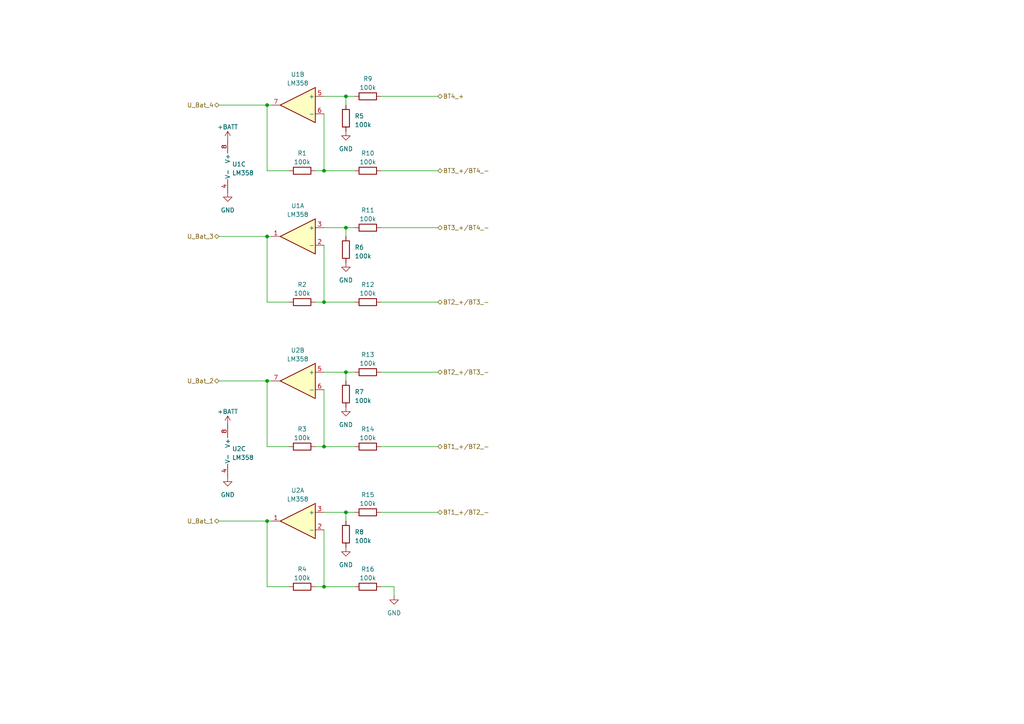
<source format=kicad_sch>
(kicad_sch (version 20230121) (generator eeschema)
  (paper "A4")
  (title_block (title "BMS Project") (date "2023-04-21") (rev "V0.1") (company "TH Ingolstadt") (comment 1 "Author: ") (comment 2 "Edited: "))
  (lib_symbols
    (symbol "Amplifier_Operational:LM358" (pin_names (offset 0.127))
      (property "Reference" "U" (at 0 5.08 0))
      (property "Value" "LM358" (at 0 -5.08 0))
      (symbol "LM358_1_1"
        (polyline (pts (xy -5.08 5.08) (xy 5.08 0) (xy -5.08 -5.08) (xy -5.08 5.08)) (stroke (width 0.254)) (fill (type background)))
        (pin output line (at 7.62 0 180) (length 2.54) (name "~") (number "1"))
        (pin input line (at -7.62 -2.54 0) (length 2.54) (name "-") (number "2"))
        (pin input line (at -7.62 2.54 0) (length 2.54) (name "+") (number "3"))
      )
      (symbol "LM358_2_1"
        (polyline (pts (xy -5.08 5.08) (xy 5.08 0) (xy -5.08 -5.08) (xy -5.08 5.08)) (stroke (width 0.254)) (fill (type background)))
        (pin input line (at -7.62 2.54 0) (length 2.54) (name "+") (number "5"))
        (pin input line (at -7.62 -2.54 0) (length 2.54) (name "-") (number "6"))
        (pin output line (at 7.62 0 180) (length 2.54) (name "~") (number "7"))
      )
      (symbol "LM358_3_1"
        (pin power_in line (at -2.54 -7.62 90) (length 3.81) (name "V-") (number "4"))
        (pin power_in line (at -2.54 7.62 270) (length 3.81) (name "V+") (number "8"))
      )
    )
    (symbol "Device:R" (pin_numbers hide) (pin_names (offset 0))
      (property "Reference" "R" (at 2.032 0 90))
      (property "Value" "R" (at 0 0 90))
      (symbol "R_0_1"
        (rectangle (start -1.016 -2.54) (end 1.016 2.54) (stroke (width 0.254)))
      )
      (symbol "R_1_1"
        (pin passive line (at 0 3.81 270) (length 1.27) (name "~") (number "1"))
        (pin passive line (at 0 -3.81 90) (length 1.27) (name "~") (number "2"))
      )
    )
    (symbol "power:+BATT" (power) (pin_names (offset 0))
      (property "Value" "+BATT" (at 0 3.556 0))
      (symbol "+BATT_0_1"
        (polyline (pts (xy -0.762 1.27) (xy 0 2.54)))
        (polyline (pts (xy 0 0) (xy 0 2.54)))
        (polyline (pts (xy 0 2.54) (xy 0.762 1.27)))
      )
      (symbol "+BATT_1_1"
        (pin power_in line (at 0 0 90) (length 0) hide (name "+BATT") (number "1"))
      )
    )
    (symbol "power:GND" (power) (pin_names (offset 0))
      (property "Value" "GND" (at 0 -3.81 0))
      (symbol "GND_0_1"
        (polyline (pts (xy 0 0) (xy 0 -1.27) (xy 1.27 -1.27) (xy 0 -2.54) (xy -1.27 -1.27) (xy 0 -1.27)))
      )
      (symbol "GND_1_1"
        (pin power_in line (at 0 0 270) (length 0) hide (name "GND") (number "1"))
      )
    )
  )
  (junction (at 93.98 170.18))
  (junction (at 100.33 107.95))
  (junction (at 93.98 87.63))
  (junction (at 100.33 66.04))
  (junction (at 100.33 148.59))
  (junction (at 93.98 49.53))
  (junction (at 77.47 151.13))
  (junction (at 77.47 110.49))
  (junction (at 77.47 68.58))
  (junction (at 93.98 129.54))
  (junction (at 77.47 30.48))
  (junction (at 100.33 27.94))
  (wire (pts (xy 93.98 107.95) (xy 100.33 107.95)))
  (wire (pts (xy 77.47 110.49) (xy 78.74 110.49)))
  (wire (pts (xy 91.44 87.63) (xy 93.98 87.63)))
  (wire (pts (xy 110.49 170.18) (xy 114.3 170.18)))
  (wire (pts (xy 77.47 170.18) (xy 77.47 151.13)))
  (wire (pts (xy 93.98 66.04) (xy 100.33 66.04)))
  (wire (pts (xy 110.49 107.95) (xy 127 107.95)))
  (wire (pts (xy 93.98 87.63) (xy 102.87 87.63)))
  (wire (pts (xy 100.33 148.59) (xy 100.33 151.13)))
  (wire (pts (xy 93.98 49.53) (xy 102.87 49.53)))
  (wire (pts (xy 91.44 170.18) (xy 93.98 170.18)))
  (wire (pts (xy 63.5 151.13) (xy 77.47 151.13)))
  (wire (pts (xy 100.33 27.94) (xy 102.87 27.94)))
  (wire (pts (xy 110.49 148.59) (xy 127 148.59)))
  (wire (pts (xy 77.47 151.13) (xy 78.74 151.13)))
  (wire (pts (xy 110.49 87.63) (xy 127 87.63)))
  (wire (pts (xy 77.47 87.63) (xy 77.47 68.58)))
  (wire (pts (xy 63.5 68.58) (xy 77.47 68.58)))
  (wire (pts (xy 110.49 66.04) (xy 127 66.04)))
  (wire (pts (xy 83.82 129.54) (xy 77.47 129.54)))
  (wire (pts (xy 110.49 49.53) (xy 127 49.53)))
  (wire (pts (xy 83.82 49.53) (xy 77.47 49.53)))
  (wire (pts (xy 93.98 113.03) (xy 93.98 129.54)))
  (wire (pts (xy 93.98 148.59) (xy 100.33 148.59)))
  (wire (pts (xy 100.33 66.04) (xy 100.33 68.58)))
  (wire (pts (xy 83.82 87.63) (xy 77.47 87.63)))
  (wire (pts (xy 77.47 129.54) (xy 77.47 110.49)))
  (wire (pts (xy 63.5 30.48) (xy 77.47 30.48)))
  (wire (pts (xy 93.98 153.67) (xy 93.98 170.18)))
  (wire (pts (xy 77.47 49.53) (xy 77.47 30.48)))
  (wire (pts (xy 100.33 148.59) (xy 102.87 148.59)))
  (wire (pts (xy 63.5 110.49) (xy 77.47 110.49)))
  (wire (pts (xy 83.82 170.18) (xy 77.47 170.18)))
  (wire (pts (xy 93.98 170.18) (xy 102.87 170.18)))
  (wire (pts (xy 114.3 172.72) (xy 114.3 170.18)))
  (wire (pts (xy 110.49 27.94) (xy 127 27.94)))
  (wire (pts (xy 91.44 129.54) (xy 93.98 129.54)))
  (wire (pts (xy 110.49 129.54) (xy 127 129.54)))
  (wire (pts (xy 93.98 27.94) (xy 100.33 27.94)))
  (wire (pts (xy 100.33 107.95) (xy 102.87 107.95)))
  (wire (pts (xy 100.33 27.94) (xy 100.33 30.48)))
  (wire (pts (xy 77.47 30.48) (xy 78.74 30.48)))
  (wire (pts (xy 93.98 129.54) (xy 102.87 129.54)))
  (wire (pts (xy 77.47 68.58) (xy 78.74 68.58)))
  (wire (pts (xy 100.33 107.95) (xy 100.33 110.49)))
  (wire (pts (xy 93.98 71.12) (xy 93.98 87.63)))
  (wire (pts (xy 100.33 66.04) (xy 102.87 66.04)))
  (wire (pts (xy 91.44 49.53) (xy 93.98 49.53)))
  (wire (pts (xy 93.98 33.02) (xy 93.98 49.53)))
  (hierarchical_label "BT3_+{slash}BT4_-" (shape bidirectional) (at 127 49.53 0))
  (hierarchical_label "U_Bat_3" (shape bidirectional) (at 63.5 68.58 180))
  (hierarchical_label "U_Bat_4" (shape bidirectional) (at 63.5 30.48 180))
  (hierarchical_label "BT2_+{slash}BT3_-" (shape bidirectional) (at 127 87.63 0))
  (hierarchical_label "U_Bat_1" (shape bidirectional) (at 63.5 151.13 180))
  (hierarchical_label "U_Bat_2" (shape bidirectional) (at 63.5 110.49 180))
  (hierarchical_label "BT3_+{slash}BT4_-" (shape bidirectional) (at 127 66.04 0))
  (hierarchical_label "BT4_+" (shape bidirectional) (at 127 27.94 0))
  (hierarchical_label "BT2_+{slash}BT3_-" (shape bidirectional) (at 127 107.95 0))
  (hierarchical_label "BT1_+{slash}BT2_-" (shape bidirectional) (at 127 129.54 0))
  (hierarchical_label "BT1_+{slash}BT2_-" (shape bidirectional) (at 127 148.59 0))
  (symbol (lib_id "Device:R") (at 100.33 114.3 0) (unit 1)
    (property "Reference" "R7" (at 102.87 113.665 0) (effects (justify left)))
    (property "Value" "100k" (at 102.87 116.205 0) (effects (justify left)))
    (property "Footprint" "Resistor_SMD:R_0805_2012Metric" (effects hide))
    (instances (project "BMS_Project" (path "" (reference "R7") (unit 1))) (project "Test_Projekt" (path "" (reference "R8") (unit 1))))
  )
  (symbol (lib_id "Device:R") (at 87.63 170.18 90) (unit 1)
    (property "Reference" "R4" (at 87.63 165.1 90))
    (property "Value" "100k" (at 87.63 167.64 90))
    (property "Footprint" "Resistor_SMD:R_0805_2012Metric" (effects hide))
    (instances (project "BMS_Project" (path "" (reference "R4") (unit 1))) (project "Test_Projekt" (path "" (reference "R1") (unit 1))))
  )
  (symbol (lib_id "Amplifier_Operational:LM358") (at 86.36 110.49 0) (mirror y) (unit 2)
    (property "Reference" "U2" (at 86.36 101.6 0))
    (property "Value" "LM358" (at 86.36 104.14 0))
    (property "Footprint" "Package_DIP:DIP-8_W7.62mm" (effects hide))
    (property "Datasheet" "http://www.ti.com/lit/ds/symlink/lm2904-n.pdf" (effects hide))
    (instances (project "BMS_Project" (path "" (reference "U2") (unit 2))) (project "Test_Projekt" (path "" (reference "U1") (unit 2))))
  )
  (symbol (lib_id "Device:R") (at 106.68 27.94 270) (unit 1)
    (property "Reference" "R9" (at 106.68 22.86 90))
    (property "Value" "100k" (at 106.68 25.4 90))
    (property "Footprint" "Resistor_SMD:R_0805_2012Metric" (effects hide))
    (instances (project "BMS_Project" (path "" (reference "R9") (unit 1))) (project "Test_Projekt" (path "" (reference "R23") (unit 1))))
  )
  (symbol (lib_id "Device:R") (at 100.33 154.94 0) (unit 1)
    (property "Reference" "R8" (at 102.87 154.305 0) (effects (justify left)))
    (property "Value" "100k" (at 102.87 156.845 0) (effects (justify left)))
    (property "Footprint" "Resistor_SMD:R_0805_2012Metric" (effects hide))
    (instances (project "BMS_Project" (path "" (reference "R8") (unit 1))) (project "Test_Projekt" (path "" (reference "R25") (unit 1))))
  )
  (symbol (lib_id "power:GND") (at 66.04 138.43 0) (unit 1)
    (property "Reference" "#PWR04" (effects hide))
    (property "Value" "GND" (at 66.04 143.51 0))
    (instances (project "BMS_Project" (path "" (reference "#PWR04") (unit 1))) (project "Test_Projekt" (path "" (reference "#PWR01") (unit 1))))
  )
  (symbol (lib_id "Device:R") (at 87.63 129.54 90) (unit 1)
    (property "Reference" "R3" (at 87.63 124.46 90))
    (property "Value" "100k" (at 87.63 127 90))
    (property "Footprint" "Resistor_SMD:R_0805_2012Metric" (effects hide))
    (instances (project "BMS_Project" (path "" (reference "R3") (unit 1))) (project "Test_Projekt" (path "" (reference "R7") (unit 1))))
  )
  (symbol (lib_id "Device:R") (at 106.68 148.59 270) (unit 1)
    (property "Reference" "R15" (at 106.68 143.51 90))
    (property "Value" "100k" (at 106.68 146.05 90))
    (property "Footprint" "Resistor_SMD:R_0805_2012Metric" (effects hide))
    (instances (project "BMS_Project" (path "" (reference "R15") (unit 1))) (project "Test_Projekt" (path "" (reference "R3") (unit 1))))
  )
  (symbol (lib_id "Amplifier_Operational:LM358") (at 86.36 151.13 0) (mirror y) (unit 1)
    (property "Reference" "U2" (at 86.36 142.24 0))
    (property "Value" "LM358" (at 86.36 144.78 0))
    (property "Footprint" "Package_DIP:DIP-8_W7.62mm" (effects hide))
    (property "Datasheet" "http://www.ti.com/lit/ds/symlink/lm2904-n.pdf" (effects hide))
    (instances (project "BMS_Project" (path "" (reference "U2") (unit 1))) (project "Test_Projekt" (path "" (reference "U1") (unit 1))))
  )
  (symbol (lib_id "Device:R") (at 106.68 129.54 270) (unit 1)
    (property "Reference" "R14" (at 106.68 124.46 90))
    (property "Value" "100k" (at 106.68 127 90))
    (property "Footprint" "Resistor_SMD:R_0805_2012Metric" (effects hide))
    (instances (project "BMS_Project" (path "" (reference "R14") (unit 1))) (project "Test_Projekt" (path "" (reference "R10") (unit 1))))
  )
  (symbol (lib_id "Amplifier_Operational:LM358") (at 68.58 48.26 0) (unit 3)
    (property "Reference" "U1" (at 67.31 47.625 0) (effects (justify left)))
    (property "Value" "LM358" (at 67.31 50.165 0) (effects (justify left)))
    (property "Footprint" "Package_DIP:DIP-8_W7.62mm" (effects hide))
    (property "Datasheet" "http://www.ti.com/lit/ds/symlink/lm2904-n.pdf" (effects hide))
    (instances (project "BMS_Project" (path "" (reference "U1") (unit 3))) (project "Test_Projekt" (path "" (reference "U3") (unit 3))))
  )
  (symbol (lib_id "Device:R") (at 106.68 66.04 270) (unit 1)
    (property "Reference" "R11" (at 106.68 60.96 90))
    (property "Value" "100k" (at 106.68 63.5 90))
    (property "Footprint" "Resistor_SMD:R_0805_2012Metric" (effects hide))
    (instances (project "BMS_Project" (path "" (reference "R11") (unit 1))) (project "Test_Projekt" (path "" (reference "R16") (unit 1))))
  )
  (symbol (lib_id "Amplifier_Operational:LM358") (at 86.36 68.58 0) (mirror y) (unit 1)
    (property "Reference" "U1" (at 86.36 59.69 0))
    (property "Value" "LM358" (at 86.36 62.23 0))
    (property "Footprint" "Package_DIP:DIP-8_W7.62mm" (effects hide))
    (property "Datasheet" "http://www.ti.com/lit/ds/symlink/lm2904-n.pdf" (effects hide))
    (instances (project "BMS_Project" (path "" (reference "U1") (unit 1))) (project "Test_Projekt" (path "" (reference "U3") (unit 1))))
  )
  (symbol (lib_id "power:+BATT") (at 66.04 40.64 0) (unit 1)
    (property "Reference" "#PWR010" (effects hide))
    (property "Value" "+BATT" (at 66.04 36.83 0))
    (instances (project "BMS_Project" (path "" (reference "#PWR010") (unit 1)) (path "" (reference "#PWR01") (unit 1))))
  )
  (symbol (lib_id "Amplifier_Operational:LM358") (at 86.36 30.48 0) (mirror y) (unit 2)
    (property "Reference" "U1" (at 86.36 21.59 0))
    (property "Value" "LM358" (at 86.36 24.13 0))
    (property "Footprint" "Package_DIP:DIP-8_W7.62mm" (effects hide))
    (property "Datasheet" "http://www.ti.com/lit/ds/symlink/lm2904-n.pdf" (effects hide))
    (instances (project "BMS_Project" (path "" (reference "U1") (unit 2))) (project "Test_Projekt" (path "" (reference "U3") (unit 2))))
  )
  (symbol (lib_id "power:GND") (at 100.33 38.1 0) (unit 1)
    (property "Reference" "#PWR05" (effects hide))
    (property "Value" "GND" (at 100.33 43.18 0))
    (instances (project "BMS_Project" (path "" (reference "#PWR05") (unit 1))) (project "Test_Projekt" (path "" (reference "#PWR020") (unit 1))))
  )
  (symbol (lib_id "power:GND") (at 100.33 76.2 0) (unit 1)
    (property "Reference" "#PWR06" (effects hide))
    (property "Value" "GND" (at 100.33 81.28 0))
    (instances (project "BMS_Project" (path "" (reference "#PWR06") (unit 1))) (project "Test_Projekt" (path "" (reference "#PWR014") (unit 1))))
  )
  (symbol (lib_id "power:GND") (at 100.33 118.11 0) (unit 1)
    (property "Reference" "#PWR07" (effects hide))
    (property "Value" "GND" (at 100.33 123.19 0))
    (instances (project "BMS_Project" (path "" (reference "#PWR07") (unit 1))) (project "Test_Projekt" (path "" (reference "#PWR08") (unit 1))))
  )
  (symbol (lib_id "Device:R") (at 100.33 72.39 0) (unit 1)
    (property "Reference" "R6" (at 102.87 71.755 0) (effects (justify left)))
    (property "Value" "100k" (at 102.87 74.295 0) (effects (justify left)))
    (property "Footprint" "Resistor_SMD:R_0805_2012Metric" (effects hide))
    (instances (project "BMS_Project" (path "" (reference "R6") (unit 1))) (project "Test_Projekt" (path "" (reference "R15") (unit 1))))
  )
  (symbol (lib_id "Device:R") (at 106.68 87.63 270) (unit 1)
    (property "Reference" "R12" (at 106.68 82.55 90))
    (property "Value" "100k" (at 106.68 85.09 90))
    (property "Footprint" "Resistor_SMD:R_0805_2012Metric" (effects hide))
    (instances (project "BMS_Project" (path "" (reference "R12") (unit 1))) (project "Test_Projekt" (path "" (reference "R17") (unit 1))))
  )
  (symbol (lib_id "power:+BATT") (at 66.04 123.19 0) (unit 1)
    (property "Reference" "#PWR010" (effects hide))
    (property "Value" "+BATT" (at 66.04 119.38 0))
    (instances (project "BMS_Project" (path "" (reference "#PWR010") (unit 1)) (path "" (reference "#PWR03") (unit 1))))
  )
  (symbol (lib_id "Device:R") (at 87.63 49.53 90) (unit 1)
    (property "Reference" "R1" (at 87.63 44.45 90))
    (property "Value" "100k" (at 87.63 46.99 90))
    (property "Footprint" "Resistor_SMD:R_0805_2012Metric" (effects hide))
    (instances (project "BMS_Project" (path "" (reference "R1") (unit 1))) (project "Test_Projekt" (path "" (reference "R21") (unit 1))))
  )
  (symbol (lib_id "Device:R") (at 87.63 87.63 90) (unit 1)
    (property "Reference" "R2" (at 87.63 82.55 90))
    (property "Value" "100k" (at 87.63 85.09 90))
    (property "Footprint" "Resistor_SMD:R_0805_2012Metric" (effects hide))
    (instances (project "BMS_Project" (path "" (reference "R2") (unit 1))) (project "Test_Projekt" (path "" (reference "R14") (unit 1))))
  )
  (symbol (lib_id "Amplifier_Operational:LM358") (at 68.58 130.81 0) (unit 3)
    (property "Reference" "U2" (at 67.31 130.175 0) (effects (justify left)))
    (property "Value" "LM358" (at 67.31 132.715 0) (effects (justify left)))
    (property "Footprint" "Package_DIP:DIP-8_W7.62mm" (effects hide))
    (property "Datasheet" "http://www.ti.com/lit/ds/symlink/lm2904-n.pdf" (effects hide))
    (instances (project "BMS_Project" (path "" (reference "U2") (unit 3))) (project "Test_Projekt" (path "" (reference "U1") (unit 3))))
  )
  (symbol (lib_id "Device:R") (at 106.68 170.18 270) (unit 1)
    (property "Reference" "R16" (at 106.68 165.1 90))
    (property "Value" "100k" (at 106.68 167.64 90))
    (property "Footprint" "Resistor_SMD:R_0805_2012Metric" (effects hide))
    (instances (project "BMS_Project" (path "" (reference "R16") (unit 1))) (project "Test_Projekt" (path "" (reference "R2") (unit 1))))
  )
  (symbol (lib_id "Device:R") (at 100.33 34.29 0) (unit 1)
    (property "Reference" "R5" (at 102.87 33.655 0) (effects (justify left)))
    (property "Value" "100k" (at 102.87 36.195 0) (effects (justify left)))
    (property "Footprint" "Resistor_SMD:R_0805_2012Metric" (effects hide))
    (instances (project "BMS_Project" (path "" (reference "R5") (unit 1))) (project "Test_Projekt" (path "" (reference "R22") (unit 1))))
  )
  (symbol (lib_id "power:GND") (at 100.33 158.75 0) (unit 1)
    (property "Reference" "#PWR08" (effects hide))
    (property "Value" "GND" (at 100.33 163.83 0))
    (instances (project "BMS_Project" (path "" (reference "#PWR08") (unit 1))) (project "Test_Projekt" (path "" (reference "#PWR025") (unit 1))))
  )
  (symbol (lib_id "Device:R") (at 106.68 49.53 270) (unit 1)
    (property "Reference" "R10" (at 106.68 44.45 90))
    (property "Value" "100k" (at 106.68 46.99 90))
    (property "Footprint" "Resistor_SMD:R_0805_2012Metric" (effects hide))
    (instances (project "BMS_Project" (path "" (reference "R10") (unit 1))) (project "Test_Projekt" (path "" (reference "R24") (unit 1))))
  )
  (symbol (lib_id "power:GND") (at 114.3 172.72 0) (unit 1)
    (property "Reference" "#PWR026" (effects hide))
    (property "Value" "GND" (at 114.3 177.8 0))
    (instances (project "BMS_Project" (path "" (reference "#PWR026") (unit 1))) (project "Test_Projekt" (path "" (reference "#PWR025") (unit 1))))
  )
  (symbol (lib_id "Device:R") (at 106.68 107.95 270) (unit 1)
    (property "Reference" "R13" (at 106.68 102.87 90))
    (property "Value" "100k" (at 106.68 105.41 90))
    (property "Footprint" "Resistor_SMD:R_0805_2012Metric" (effects hide))
    (instances (project "BMS_Project" (path "" (reference "R13") (unit 1))) (project "Test_Projekt" (path "" (reference "R9") (unit 1))))
  )
  (symbol (lib_id "power:GND") (at 66.04 55.88 0) (unit 1)
    (property "Reference" "#PWR02" (effects hide))
    (property "Value" "GND" (at 66.04 60.96 0))
  )
)
</source>
